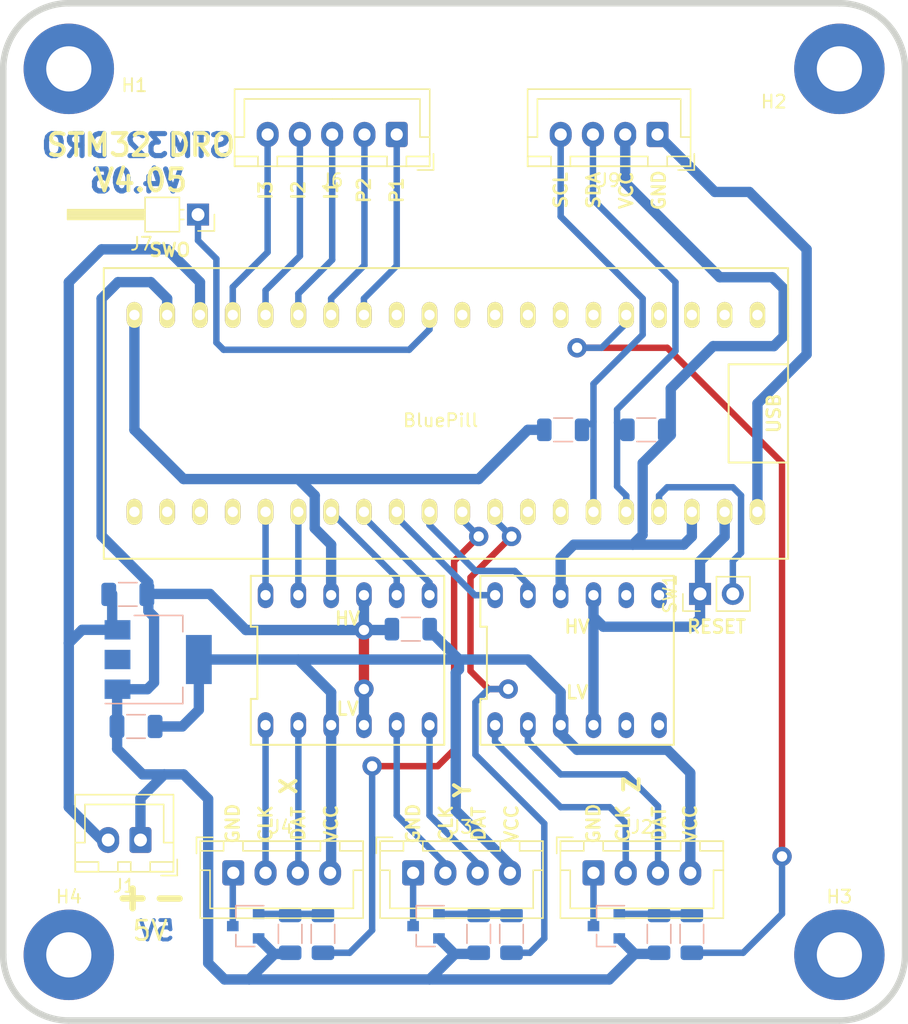
<source format=kicad_pcb>
(kicad_pcb (version 20211014) (generator pcbnew)
  (layers (0 "F.Cu" signal) (31 "B.Cu" signal) (35 "F.Paste" user) (37 "F.SilkS" user "F.Silkscreen") (38 "B.Mask" user) (39 "F.Mask" user) (44 "Edge.Cuts" user))
  (net 0 "")
  (net 1 "GND")
  (net 2 "+5V")
  (net 3 "+1V8")
  (net 18 "LV-CAL3DAT")
  (net 19 "LV-CAL3CLK")
  (net 20 "LV-CAL2DAT")
  (net 21 "LV-CAL2CLK")
  (net 22 "LV-CAL1DAT")
  (net 23 "LV-CAL1CLK")
  (net 24 "BTNIN3")
  (net 25 "BTNIN2")
  (net 26 "BTNIN1")
  (net 27 "BTNPOL2")
  (net 28 "BTNPOL1")
  (net 29 "SCL")
  (net 30 "SDA")
  (net 31 "+3V3")
  (net 32 "RESET")
  (net 33 "CAL1CLK")
  (net 34 "CAL1DAT")
  (net 35 "CAL2CLK")
  (net 36 "CAL2DAT")
  (net 37 "CAL3CLK")
  (net 38 "CAL3DAT")
  (net 39 "SWO")
  (net 41 "Net-(Q1-Pad1)")
  (net 42 "CAL3ON")
  (net 43 "CAL2ON")
  (net 44 "CAL1ON")
  (net 45 "Net-(Q2-Pad1)")
  (net 46 "Net-(Q3-Pad1)")
  (net 47 "CAL1SW")
  (net 48 "CAL2SW")
  (net 49 "CAL3SW")
  (footprint "Connector_JST:JST_XH_B4B-XH-A_1x04_P2.50mm_Vertical" (layer "F.Cu") (at 116.84 160.02)
    (fp_text reference "J2" (at 3.75 -3.55) (layer "F.SilkS"))
    (fp_text value "Cal Z")
    (pad "1" thru_hole roundrect (at 0 0) (size 1.7 1.95) (drill 0.95) (layers *.Cu *.Mask) (roundrect_rratio 0.147059) (net 42 "CAL3ON"))
    (pad "2" thru_hole oval (at 2.5 0) (size 1.7 1.95) (drill 0.95) (layers *.Cu *.Mask) (net 19 "LV-CAL3CLK"))
    (pad "3" thru_hole oval (at 5 0) (size 1.7 1.95) (drill 0.95) (layers *.Cu *.Mask) (net 18 "LV-CAL3DAT"))
    (pad "4" thru_hole oval (at 7.5 0) (size 1.7 1.95) (drill 0.95) (layers *.Cu *.Mask) (net 3 "+1V8"))
  )
  (footprint "Connector_JST:JST_XH_B4B-XH-A_1x04_P2.50mm_Vertical" (layer "F.Cu") (at 88.94 160.02)
    (fp_text reference "J4" (at 3.75 -3.55) (layer "F.SilkS"))
    (fp_text value "CAL X")
    (pad "1" thru_hole roundrect (at 0 0) (size 1.7 1.95) (drill 0.95) (layers *.Cu *.Mask) (roundrect_rratio 0.147059) (net 44 "CAL1ON"))
    (pad "2" thru_hole oval (at 2.5 0) (size 1.7 1.95) (drill 0.95) (layers *.Cu *.Mask) (net 23 "LV-CAL1CLK"))
    (pad "3" thru_hole oval (at 5 0) (size 1.7 1.95) (drill 0.95) (layers *.Cu *.Mask) (net 22 "LV-CAL1DAT"))
    (pad "4" thru_hole oval (at 7.5 0) (size 1.7 1.95) (drill 0.95) (layers *.Cu *.Mask) (net 3 "+1V8"))
  )
  (footprint "Connector_JST:JST_XH_B4B-XH-A_1x04_P2.50mm_Vertical" (layer "F.Cu") (at 121.8 102.87 180)
    (fp_text reference "J9" (at 3.75 -3.55 180) (layer "F.SilkS"))
    (fp_text value "C1")
    (pad "1" thru_hole roundrect (at 0 0 180) (size 1.7 1.95) (drill 0.95) (layers *.Cu *.Mask) (roundrect_rratio 0.147059) (net 1 "GND"))
    (pad "2" thru_hole oval (at 2.5 0 180) (size 1.7 1.95) (drill 0.95) (layers *.Cu *.Mask) (net 31 "+3V3"))
    (pad "3" thru_hole oval (at 5 0 180) (size 1.7 1.95) (drill 0.95) (layers *.Cu *.Mask) (net 30 "SDA"))
    (pad "4" thru_hole oval (at 7.5 0 180) (size 1.7 1.95) (drill 0.95) (layers *.Cu *.Mask) (net 29 "SCL"))
  )
  (footprint "Connector_JST:JST_XH_B4B-XH-A_1x04_P2.50mm_Vertical" (layer "F.Cu") (at 102.87 160.02)
    (fp_text reference "J3" (at 3.75 -3.55) (layer "F.SilkS"))
    (fp_text value "Cal Y")
    (pad "1" thru_hole roundrect (at 0 0) (size 1.7 1.95) (drill 0.95) (layers *.Cu *.Mask) (roundrect_rratio 0.147059) (net 43 "CAL2ON"))
    (pad "2" thru_hole oval (at 2.5 0) (size 1.7 1.95) (drill 0.95) (layers *.Cu *.Mask) (net 21 "LV-CAL2CLK"))
    (pad "3" thru_hole oval (at 5 0) (size 1.7 1.95) (drill 0.95) (layers *.Cu *.Mask) (net 20 "LV-CAL2DAT"))
    (pad "4" thru_hole oval (at 7.5 0) (size 1.7 1.95) (drill 0.95) (layers *.Cu *.Mask) (net 3 "+1V8"))
  )
  (footprint "dro:levelconverter" (layer "F.Cu") (at 109.22 148.64)
    (fp_text reference "U2")
    (fp_text value "LVLC1")
    (pad "1" thru_hole oval locked (at 0 -0.05) (size 1.2 2) (drill 0.8) (layers *.Cu *.Mask) (net 19 "LV-CAL3CLK"))
    (pad "2" thru_hole oval locked (at 2.54 -0.05) (size 1.2 2) (drill 0.8) (layers *.Cu *.Mask) (net 18 "LV-CAL3DAT"))
    (pad "3" thru_hole oval locked (at 5.08 -0.05) (size 1.2 2) (drill 0.8) (layers *.Cu *.Mask) (net 3 "+1V8"))
    (pad "4" thru_hole oval locked (at 7.62 -0.05) (size 1.2 2) (drill 0.8) (layers *.Cu *.Mask) (net 1 "GND"))
    (pad "5" thru_hole oval locked (at 10.16 -0.05) (size 1.2 2) (drill 0.8) (layers *.Cu *.Mask))
    (pad "6" thru_hole oval locked (at 12.7 -0.05) (size 1.2 2) (drill 0.8) (layers *.Cu *.Mask))
    (pad "7" thru_hole oval locked (at 12.7 -10.11) (size 1.2 2) (drill 0.8) (layers *.Cu *.Mask))
    (pad "8" thru_hole oval locked (at 10.16 -10.11) (size 1.2 2) (drill 0.8) (layers *.Cu *.Mask))
    (pad "9" thru_hole oval locked (at 7.62 -10.11) (size 1.2 2) (drill 0.8) (layers *.Cu *.Mask) (net 1 "GND"))
    (pad "10" thru_hole oval locked (at 5.08 -10.11) (size 1.2 2) (drill 0.8) (layers *.Cu *.Mask) (net 31 "+3V3"))
    (pad "11" thru_hole oval locked (at 2.54 -10.11) (size 1.2 2) (drill 0.8) (layers *.Cu *.Mask) (net 38 "CAL3DAT"))
    (pad "12" thru_hole oval locked (at 0 -10.11) (size 1.2 2) (drill 0.8) (layers *.Cu *.Mask) (net 37 "CAL3CLK"))
  )
  (footprint "dro:levelconverter" (layer "F.Cu") (at 91.44 148.64)
    (fp_text reference "U3")
    (fp_text value "LVLC0")
    (pad "1" thru_hole oval locked (at 0 -0.05) (size 1.2 2) (drill 0.8) (layers *.Cu *.Mask) (net 23 "LV-CAL1CLK"))
    (pad "2" thru_hole oval locked (at 2.54 -0.05) (size 1.2 2) (drill 0.8) (layers *.Cu *.Mask) (net 22 "LV-CAL1DAT"))
    (pad "3" thru_hole oval locked (at 5.08 -0.05) (size 1.2 2) (drill 0.8) (layers *.Cu *.Mask) (net 3 "+1V8"))
    (pad "4" thru_hole oval locked (at 7.62 -0.05) (size 1.2 2) (drill 0.8) (layers *.Cu *.Mask) (net 1 "GND"))
    (pad "5" thru_hole oval locked (at 10.16 -0.05) (size 1.2 2) (drill 0.8) (layers *.Cu *.Mask) (net 21 "LV-CAL2CLK"))
    (pad "6" thru_hole oval locked (at 12.7 -0.05) (size 1.2 2) (drill 0.8) (layers *.Cu *.Mask) (net 20 "LV-CAL2DAT"))
    (pad "7" thru_hole oval locked (at 12.7 -10.11) (size 1.2 2) (drill 0.8) (layers *.Cu *.Mask) (net 36 "CAL2DAT"))
    (pad "8" thru_hole oval locked (at 10.16 -10.11) (size 1.2 2) (drill 0.8) (layers *.Cu *.Mask) (net 35 "CAL2CLK"))
    (pad "9" thru_hole oval locked (at 7.62 -10.11) (size 1.2 2) (drill 0.8) (layers *.Cu *.Mask) (net 1 "GND"))
    (pad "10" thru_hole oval locked (at 5.08 -10.11) (size 1.2 2) (drill 0.8) (layers *.Cu *.Mask) (net 31 "+3V3"))
    (pad "11" thru_hole oval locked (at 2.54 -10.11) (size 1.2 2) (drill 0.8) (layers *.Cu *.Mask) (net 34 "CAL1DAT"))
    (pad "12" thru_hole oval locked (at 0 -10.11) (size 1.2 2) (drill 0.8) (layers *.Cu *.Mask) (net 33 "CAL1CLK"))
  )
  (footprint "Connector_JST:JST_XH_B2B-XH-A_1x02_P2.50mm_Vertical" (layer "F.Cu") (at 81.75 157.48 180)
    (fp_text reference "J1" (at 1.25 -3.55 180) (layer "F.SilkS"))
    (fp_text value "5V")
    (pad "1" thru_hole roundrect (at 0 0 180) (size 1.7 2) (drill 1) (layers *.Cu *.Mask) (roundrect_rratio 0.147059) (net 1 "GND"))
    (pad "2" thru_hole oval (at 2.5 0 180) (size 1.7 2) (drill 1) (layers *.Cu *.Mask) (net 2 "+5V"))
  )
  (footprint "Connector_JST:JST_XH_B5B-XH-A_1x05_P2.50mm_Vertical" (layer "F.Cu") (at 101.6 102.87 180)
    (fp_text reference "J6" (at 5 -3.55 180) (layer "F.SilkS"))
    (fp_text value "Conn_01x05_Female")
    (pad "1" thru_hole roundrect (at 0 0 180) (size 1.7 1.95) (drill 0.95) (layers *.Cu *.Mask) (roundrect_rratio 0.147059) (net 28 "BTNPOL1"))
    (pad "2" thru_hole oval (at 2.5 0 180) (size 1.7 1.95) (drill 0.95) (layers *.Cu *.Mask) (net 27 "BTNPOL2"))
    (pad "3" thru_hole oval (at 5 0 180) (size 1.7 1.95) (drill 0.95) (layers *.Cu *.Mask) (net 26 "BTNIN1"))
    (pad "4" thru_hole oval (at 7.5 0 180) (size 1.7 1.95) (drill 0.95) (layers *.Cu *.Mask) (net 25 "BTNIN2"))
    (pad "5" thru_hole oval (at 10 0 180) (size 1.7 1.95) (drill 0.95) (layers *.Cu *.Mask) (net 24 "BTNIN3"))
  )
  (footprint "dro:bluepill" (layer "F.Cu") (at 129.54 116.84 -90)
    (fp_text reference "U1")
    (fp_text value "BluePill" (at 8.16 24.54) (layer "F.SilkS"))
    (pad "1" thru_hole oval locked (at 0 0 270) (size 2 1.2) (drill 0.8) (layers *.Cu *.Mask "F.SilkS"))
    (pad "2" thru_hole oval locked (at 0 2.54 270) (size 2 1.2) (drill 0.8) (layers *.Cu *.Mask "F.SilkS"))
    (pad "3" thru_hole oval locked (at 0 5.08 270) (size 2 1.2) (drill 0.8) (layers *.Cu *.Mask "F.SilkS"))
    (pad "4" thru_hole oval locked (at 0 7.62 270) (size 2 1.2) (drill 0.8) (layers *.Cu *.Mask "F.SilkS"))
    (pad "5" thru_hole oval locked (at 0 10.16 270) (size 2 1.2) (drill 0.8) (layers *.Cu *.Mask "F.SilkS") (net 49 "CAL3SW"))
    (pad "6" thru_hole oval locked (at 0 12.7 270) (size 2 1.2) (drill 0.8) (layers *.Cu *.Mask "F.SilkS"))
    (pad "7" thru_hole oval locked (at 0 15.24 270) (size 2 1.2) (drill 0.8) (layers *.Cu *.Mask "F.SilkS"))
    (pad "8" thru_hole oval locked (at 0 17.78 270) (size 2 1.2) (drill 0.8) (layers *.Cu *.Mask "F.SilkS"))
    (pad "9" thru_hole oval locked (at 0 20.32 270) (size 2 1.2) (drill 0.8) (layers *.Cu *.Mask "F.SilkS"))
    (pad "10" thru_hole oval locked (at 0 22.86 270) (size 2 1.2) (drill 0.8) (layers *.Cu *.Mask "F.SilkS"))
    (pad "11" thru_hole oval locked (at 0 25.4 270) (size 2 1.2) (drill 0.8) (layers *.Cu *.Mask "F.SilkS") (net 39 "SWO"))
    (pad "12" thru_hole oval locked (at 0 27.94 270) (size 2 1.2) (drill 0.8) (layers *.Cu *.Mask "F.SilkS"))
    (pad "13" thru_hole oval locked (at 0 30.48 270) (size 2 1.2) (drill 0.8) (layers *.Cu *.Mask "F.SilkS") (net 28 "BTNPOL1"))
    (pad "14" thru_hole oval locked (at 0 33.02 270) (size 2 1.2) (drill 0.8) (layers *.Cu *.Mask "F.SilkS") (net 27 "BTNPOL2"))
    (pad "15" thru_hole oval locked (at 0 35.56 270) (size 2 1.2) (drill 0.8) (layers *.Cu *.Mask "F.SilkS") (net 26 "BTNIN1"))
    (pad "16" thru_hole oval locked (at 0 38.1 270) (size 2 1.2) (drill 0.8) (layers *.Cu *.Mask "F.SilkS") (net 25 "BTNIN2"))
    (pad "17" thru_hole oval locked (at 0 40.64 270) (size 2 1.2) (drill 0.8) (layers *.Cu *.Mask "F.SilkS") (net 24 "BTNIN3"))
    (pad "18" thru_hole oval locked (at 0 43.18 270) (size 2 1.2) (drill 0.8) (layers *.Cu *.Mask "F.SilkS") (net 2 "+5V"))
    (pad "19" thru_hole oval locked (at 0 45.72 270) (size 2 1.2) (drill 0.8) (layers *.Cu *.Mask "F.SilkS") (net 1 "GND"))
    (pad "20" thru_hole oval locked (at 0 48.26 270) (size 2 1.2) (drill 0.8) (layers *.Cu *.Mask "F.SilkS") (net 31 "+3V3"))
    (pad "21" thru_hole oval locked (at 15.24 48.26 270) (size 2 1.2) (drill 0.8) (layers *.Cu *.Mask "F.SilkS"))
    (pad "22" thru_hole oval locked (at 15.24 45.72 270) (size 2 1.2) (drill 0.8) (layers *.Cu *.Mask "F.SilkS"))
    (pad "23" thru_hole oval locked (at 15.24 43.18 270) (size 2 1.2) (drill 0.8) (layers *.Cu *.Mask "F.SilkS"))
    (pad "24" thru_hole oval locked (at 15.24 40.64 270) (size 2 1.2) (drill 0.8) (layers *.Cu *.Mask "F.SilkS"))
    (pad "25" thru_hole oval locked (at 15.24 38.1 270) (size 2 1.2) (drill 0.8) (layers *.Cu *.Mask "F.SilkS") (net 33 "CAL1CLK"))
    (pad "26" thru_hole oval locked (at 15.24 35.56 270) (size 2 1.2) (drill 0.8) (layers *.Cu *.Mask "F.SilkS") (net 34 "CAL1DAT"))
    (pad "27" thru_hole oval locked (at 15.24 33.02 270) (size 2 1.2) (drill 0.8) (layers *.Cu *.Mask "F.SilkS") (net 35 "CAL2CLK"))
    (pad "28" thru_hole oval locked (at 15.24 30.48 270) (size 2 1.2) (drill 0.8) (layers *.Cu *.Mask "F.SilkS") (net 36 "CAL2DAT"))
    (pad "29" thru_hole oval locked (at 15.24 27.94 270) (size 2 1.2) (drill 0.8) (layers *.Cu *.Mask "F.SilkS") (net 37 "CAL3CLK"))
    (pad "30" thru_hole oval locked (at 15.24 25.4 270) (size 2 1.2) (drill 0.8) (layers *.Cu *.Mask "F.SilkS") (net 38 "CAL3DAT"))
    (pad "31" thru_hole oval locked (at 15.24 22.86 270) (size 2 1.2) (drill 0.8) (layers *.Cu *.Mask "F.SilkS") (net 47 "CAL1SW"))
    (pad "32" thru_hole oval locked (at 15.24 20.32 270) (size 2 1.2) (drill 0.8) (layers *.Cu *.Mask "F.SilkS") (net 48 "CAL2SW"))
    (pad "33" thru_hole oval locked (at 15.24 17.78 270) (size 2 1.2) (drill 0.8) (layers *.Cu *.Mask "F.SilkS"))
    (pad "34" thru_hole oval locked (at 15.24 15.24 270) (size 2 1.2) (drill 0.8) (layers *.Cu *.Mask "F.SilkS"))
    (pad "35" thru_hole oval locked (at 15.24 12.7 270) (size 2 1.2) (drill 0.8) (layers *.Cu *.Mask "F.SilkS") (net 29 "SCL"))
    (pad "36" thru_hole oval locked (at 15.24 10.16 270) (size 2 1.2) (drill 0.8) (layers *.Cu *.Mask "F.SilkS") (net 30 "SDA"))
    (pad "37" thru_hole oval locked (at 15.24 7.62 270) (size 2 1.2) (drill 0.8) (layers *.Cu *.Mask "F.SilkS") (net 32 "RESET"))
    (pad "38" thru_hole oval locked (at 15.24 5.08 270) (size 2 1.2) (drill 0.8) (layers *.Cu *.Mask "F.SilkS") (net 31 "+3V3"))
    (pad "39" thru_hole oval locked (at 15.24 2.54 270) (size 2 1.2) (drill 0.8) (layers *.Cu *.Mask "F.SilkS") (net 1 "GND"))
    (pad "40" thru_hole oval locked (at 15.24 0 270) (size 2 1.2) (drill 0.8) (layers *.Cu *.Mask "F.SilkS") (net 1 "GND"))
  )
  (footprint "MountingHole:MountingHole_3.5mm_Pad" (layer "F.Cu") (at 76.2 97.79)
    (fp_text reference "H1" (at 5.08 1.27) (layer "F.SilkS"))
    (fp_text value "MountingHole")
    (pad "1" thru_hole circle locked (at 0 0) (size 7 7) (drill 3.5) (layers *.Cu *.Mask))
  )
  (footprint "MountingHole:MountingHole_3.5mm_Pad" (layer "F.Cu") (at 135.89 97.79)
    (fp_text reference "H2" (at -5.08 2.54) (layer "F.SilkS"))
    (fp_text value "MountingHole")
    (pad "1" thru_hole circle locked (at 0 0) (size 7 7) (drill 3.5) (layers *.Cu *.Mask))
  )
  (footprint "MountingHole:MountingHole_3.5mm_Pad" (layer "F.Cu") (at 76.2 166.37)
    (fp_text reference "H4" (at 0 -4.5) (layer "F.SilkS"))
    (fp_text value "MountingHole")
    (pad "1" thru_hole circle locked (at 0 0) (size 7 7) (drill 3.5) (layers *.Cu *.Mask))
  )
  (footprint "Connector_PinHeader_2.54mm:PinHeader_1x01_P2.54mm_Horizontal" (layer "F.Cu") (at 86.2076 109.0676 180)
    (fp_text reference "J7" (at 4.385 -2.27 180) (layer "F.SilkS"))
    (fp_text value "Conn_01x01_Male")
    (pad "1" thru_hole rect (at 0 0 180) (size 1.7 1.7) (drill 1) (layers *.Cu *.Mask) (net 39 "SWO"))
  )
  (footprint "Connector_PinHeader_2.54mm:PinHeader_1x02_P2.54mm_Vertical" (layer "F.Cu") (at 125.095 138.43 90)
    (fp_text reference "SW1" (at 0 -2.33 90) (layer "F.SilkS"))
    (fp_text value "Reset")
    (pad "1" thru_hole rect (at 0 0 90) (size 1.7 1.7) (drill 1) (layers *.Cu *.Mask) (net 1 "GND"))
    (pad "2" thru_hole oval (at 0 2.54 90) (size 1.7 1.7) (drill 1) (layers *.Cu *.Mask) (net 32 "RESET"))
  )
  (footprint "MountingHole:MountingHole_3.5mm_Pad" (layer "F.Cu") (at 135.89 166.37)
    (fp_text reference "H3" (at 0 -4.5) (layer "F.SilkS"))
    (fp_text value "MountingHole")
    (pad "1" thru_hole circle locked (at 0 0) (size 7 7) (drill 3.5) (layers *.Cu *.Mask))
  )
  (footprint "Package_TO_SOT_SMD:SOT-223-3_TabPin2" (layer "B.Cu") (at 83.1215 143.51)
    (fp_text reference "U5")
    (fp_text value "LMS1117-1.8")
    (pad "1" smd rect locked (at -3.15 2.3) (size 2 1.5) (layers "B.Cu" "B.Paste" "B.Mask") (net 1 "GND"))
    (pad "2" smd rect locked (at -3.15 0) (size 2 1.5) (layers "B.Cu" "B.Paste" "B.Mask") (net 3 "+1V8"))
    (pad "2" smd rect locked (at 3.15 0) (size 2 3.8) (layers "B.Cu" "B.Paste" "B.Mask") (net 3 "+1V8"))
    (pad "3" smd rect locked (at -3.15 -2.3) (size 2 1.5) (layers "B.Cu" "B.Paste" "B.Mask") (net 2 "+5V"))
  )
  (footprint "Capacitor_SMD:C_1206_3216Metric" (layer "B.Cu") (at 80.7707 138.4681)
    (fp_text reference "C1")
    (fp_text value "100n")
    (pad "1" smd roundrect locked (at -1.475 0) (size 1.15 1.8) (layers "B.Cu" "B.Paste" "B.Mask") (roundrect_rratio 0.2173904348) (net 2 "+5V"))
    (pad "2" smd roundrect locked (at 1.475 0) (size 1.15 1.8) (layers "B.Cu" "B.Paste" "B.Mask") (roundrect_rratio 0.2173904348) (net 1 "GND"))
  )
  (footprint "Capacitor_SMD:C_1206_3216Metric" (layer "B.Cu") (at 81.4057 148.6916 180)
    (fp_text reference "C2")
    (fp_text value "10u")
    (pad "1" smd roundrect locked (at -1.475 0 180) (size 1.15 1.8) (layers "B.Cu" "B.Paste" "B.Mask") (roundrect_rratio 0.2173904348) (net 3 "+1V8"))
    (pad "2" smd roundrect locked (at 1.475 0 180) (size 1.15 1.8) (layers "B.Cu" "B.Paste" "B.Mask") (roundrect_rratio 0.2173904348) (net 1 "GND"))
  )
  (footprint "Resistor_SMD:R_1206_3216Metric" (layer "B.Cu") (at 102.6909 141.1605 180)
    (fp_text reference "R1")
    (fp_text value "180R")
    (pad "1" smd roundrect locked (at -1.4625 0 180) (size 1.125 1.75) (layers "B.Cu" "B.Paste" "B.Mask") (roundrect_rratio 0.2222204444) (net 3 "+1V8"))
    (pad "2" smd roundrect locked (at 1.4625 0 180) (size 1.125 1.75) (layers "B.Cu" "B.Paste" "B.Mask") (roundrect_rratio 0.2222204444) (net 1 "GND"))
  )
  (footprint "Resistor_SMD:R_1206_3216Metric" (layer "B.Cu") (at 114.4925 125.73)
    (fp_text reference "R2")
    (fp_text value "4.7k")
    (pad "1" smd roundrect locked (at -1.4625 0) (size 1.125 1.75) (layers "B.Cu" "B.Paste" "B.Mask") (roundrect_rratio 0.2222204444) (net 31 "+3V3"))
    (pad "2" smd roundrect locked (at 1.4625 0) (size 1.125 1.75) (layers "B.Cu" "B.Paste" "B.Mask") (roundrect_rratio 0.2222204444) (net 29 "SCL"))
  )
  (footprint "Resistor_SMD:R_1206_3216Metric" (layer "B.Cu") (at 120.93 125.73 180)
    (fp_text reference "R3")
    (fp_text value "4.7k")
    (pad "1" smd roundrect locked (at -1.4625 0 180) (size 1.125 1.75) (layers "B.Cu" "B.Paste" "B.Mask") (roundrect_rratio 0.2222204444) (net 31 "+3V3"))
    (pad "2" smd roundrect locked (at 1.4625 0 180) (size 1.125 1.75) (layers "B.Cu" "B.Paste" "B.Mask") (roundrect_rratio 0.2222204444) (net 30 "SDA"))
  )
  (footprint "Resistor_SMD:R_1206_3216Metric" (layer "B.Cu") (at 95.885 164.745 -90)
    (fp_text reference "R5")
    (fp_text value "100")
    (pad "1" smd roundrect locked (at -1.4625 0 270) (size 1.125 1.75) (layers "B.Cu" "B.Paste" "B.Mask") (roundrect_rratio 0.2222204444) (net 41 "Net-(Q1-Pad1)"))
    (pad "2" smd roundrect locked (at 1.4625 0 270) (size 1.125 1.75) (layers "B.Cu" "B.Paste" "B.Mask") (roundrect_rratio 0.2222204444) (net 47 "CAL1SW"))
  )
  (footprint "Package_TO_SOT_SMD:SOT-23" (layer "B.Cu") (at 103.87 164.145 180)
    (fp_text reference "Q2")
    (fp_text value "SI2302")
    (pad "1" smd rect locked (at -1 0.95 180) (size 0.9 0.8) (layers "B.Cu" "B.Paste" "B.Mask") (net 45 "Net-(Q2-Pad1)"))
    (pad "2" smd rect locked (at -1 -0.95 180) (size 0.9 0.8) (layers "B.Cu" "B.Paste" "B.Mask") (net 1 "GND"))
    (pad "3" smd rect locked (at 1 0 180) (size 0.9 0.8) (layers "B.Cu" "B.Paste" "B.Mask") (net 43 "CAL2ON"))
  )
  (footprint "Resistor_SMD:R_1206_3216Metric" (layer "B.Cu") (at 110.49 164.745 -90)
    (fp_text reference "R6")
    (fp_text value "100")
    (pad "1" smd roundrect locked (at -1.4625 0 270) (size 1.125 1.75) (layers "B.Cu" "B.Paste" "B.Mask") (roundrect_rratio 0.2222204444) (net 45 "Net-(Q2-Pad1)"))
    (pad "2" smd roundrect locked (at 1.4625 0 270) (size 1.125 1.75) (layers "B.Cu" "B.Paste" "B.Mask") (roundrect_rratio 0.2222204444) (net 48 "CAL2SW"))
  )
  (footprint "Resistor_SMD:R_1206_3216Metric" (layer "B.Cu") (at 124.46 164.745 -90)
    (fp_text reference "R7")
    (fp_text value "100")
    (pad "1" smd roundrect locked (at -1.4625 0 270) (size 1.125 1.75) (layers "B.Cu" "B.Paste" "B.Mask") (roundrect_rratio 0.2222204444) (net 46 "Net-(Q3-Pad1)"))
    (pad "2" smd roundrect locked (at 1.4625 0 270) (size 1.125 1.75) (layers "B.Cu" "B.Paste" "B.Mask") (roundrect_rratio 0.2222204444) (net 49 "CAL3SW"))
  )
  (footprint "Resistor_SMD:R_1206_3216Metric" (layer "B.Cu") (at 107.95 164.745 -90)
    (fp_text reference "R8")
    (fp_text value "10k")
    (pad "1" smd roundrect locked (at -1.4625 0 270) (size 1.125 1.75) (layers "B.Cu" "B.Paste" "B.Mask") (roundrect_rratio 0.2222204444) (net 45 "Net-(Q2-Pad1)"))
    (pad "2" smd roundrect locked (at 1.4625 0 270) (size 1.125 1.75) (layers "B.Cu" "B.Paste" "B.Mask") (roundrect_rratio 0.2222204444) (net 1 "GND"))
  )
  (footprint "Resistor_SMD:R_1206_3216Metric" (layer "B.Cu") (at 121.92 164.745 -90)
    (fp_text reference "R9")
    (fp_text value "10k")
    (pad "1" smd roundrect locked (at -1.4625 0 270) (size 1.125 1.75) (layers "B.Cu" "B.Paste" "B.Mask") (roundrect_rratio 0.2222204444) (net 46 "Net-(Q3-Pad1)"))
    (pad "2" smd roundrect locked (at 1.4625 0 270) (size 1.125 1.75) (layers "B.Cu" "B.Paste" "B.Mask") (roundrect_rratio 0.2222204444) (net 1 "GND"))
  )
  (footprint "Package_TO_SOT_SMD:SOT-23" (layer "B.Cu") (at 117.84 164.145 180)
    (fp_text reference "Q3")
    (fp_text value "SI2302")
    (pad "1" smd rect locked (at -1 0.95 180) (size 0.9 0.8) (layers "B.Cu" "B.Paste" "B.Mask") (net 46 "Net-(Q3-Pad1)"))
    (pad "2" smd rect locked (at -1 -0.95 180) (size 0.9 0.8) (layers "B.Cu" "B.Paste" "B.Mask") (net 1 "GND"))
    (pad "3" smd rect locked (at 1 0 180) (size 0.9 0.8) (layers "B.Cu" "B.Paste" "B.Mask") (net 42 "CAL3ON"))
  )
  (footprint "Package_TO_SOT_SMD:SOT-23" (layer "B.Cu") (at 89.9 164.145 180)
    (fp_text reference "Q1")
    (fp_text value "SI2302")
    (pad "1" smd rect locked (at -1 0.95 180) (size 0.9 0.8) (layers "B.Cu" "B.Paste" "B.Mask") (net 41 "Net-(Q1-Pad1)"))
    (pad "2" smd rect locked (at -1 -0.95 180) (size 0.9 0.8) (layers "B.Cu" "B.Paste" "B.Mask") (net 1 "GND"))
    (pad "3" smd rect locked (at 1 0 180) (size 0.9 0.8) (layers "B.Cu" "B.Paste" "B.Mask") (net 44 "CAL1ON"))
  )
  (footprint "Resistor_SMD:R_1206_3216Metric" (layer "B.Cu") (at 93.345 164.745 -90)
    (fp_text reference "R4")
    (fp_text value "10k")
    (pad "1" smd roundrect locked (at -1.4625 0 270) (size 1.125 1.75) (layers "B.Cu" "B.Paste" "B.Mask") (roundrect_rratio 0.2222204444) (net 41 "Net-(Q1-Pad1)"))
    (pad "2" smd roundrect locked (at 1.4625 0 270) (size 1.125 1.75) (layers "B.Cu" "B.Paste" "B.Mask") (roundrect_rratio 0.2222204444) (net 1 "GND"))
  )
  (gr_line (start 76.2 171.45) (end 135.89 171.45) (layer "Edge.Cuts") (width 0.5))
  (gr_line (start 71.12 166.37) (end 71.12 97.79) (layer "Edge.Cuts") (width 0.5))
  (gr_arc (start 140.97 166.37) (mid 139.482102 169.962102) (end 135.89 171.45) (layer "Edge.Cuts") (width 0.5))
  (gr_arc (start 71.12 97.79) (mid 72.607898 94.197898) (end 76.2 92.71) (layer "Edge.Cuts") (width 0.5))
  (gr_arc (start 135.89 92.71) (mid 139.482102 94.197898) (end 140.97 97.79) (layer "Edge.Cuts") (width 0.5))
  (gr_line (start 140.97 97.79) (end 140.97 166.37) (layer "Edge.Cuts") (width 0.5))
  (gr_arc (start 76.2 171.45) (mid 72.607898 169.962102) (end 71.12 166.37) (layer "Edge.Cuts") (width 0.5))
  (gr_line (start 76.2 92.71) (end 135.89 92.71) (layer "Edge.Cuts") (width 0.5))
  (gr_text "-" (at 83.94192 161.89198) (layer "B.Cu") (effects (font (size 1.5 1.5) (thickness 0.3)) (justify mirror)))
  (gr_text "5V" (at 83 164.5) (layer "B.Cu") (effects (font (size 1.5 1.5) (thickness 0.3)) (justify mirror)))
  (gr_text "+" (at 81.11744 161.92754) (layer "B.Cu") (effects (font (size 1.5 1.5) (thickness 0.3)) (justify mirror)))
  (gr_text "STM32 DRO\nV4.05" (at 81.4324 105.1052) (layer "B.Cu") (effects (font (size 1.7 1.7) (thickness 0.4)) (justify mirror)))
  (gr_text "RESET" (at 126.365 140.97) (layer "F.SilkS") (effects (font (size 1 1) (thickness 0.2))))
  (gr_text "GND" (at 116.84 156.21 90) (layer "F.SilkS") (effects (font (size 1 1) (thickness 0.2))))
  (gr_text "VCC" (at 124.333 156.21 90) (layer "F.SilkS") (effects (font (size 1 1) (thickness 0.2))))
  (gr_text "DAT" (at 121.92 156.21 90) (layer "F.SilkS") (effects (font (size 1 1) (thickness 0.2))))
  (gr_text "CLK" (at 119.126 156.21 90) (layer "F.SilkS") (effects (font (size 1 1) (thickness 0.2))))
  (gr_text "HV" (at 115.57 140.97) (layer "F.SilkS") (effects (font (size 1 1) (thickness 0.2))))
  (gr_text "USB" (at 130.81 124.46 90) (layer "F.SilkS") (effects (font (size 1 1) (thickness 0.2))))
  (gr_text "CLK" (at 105.41 156.21 90) (layer "F.SilkS") (effects (font (size 1 1) (thickness 0.2))))
  (gr_text "DAT" (at 107.95 156.21 90) (layer "F.SilkS") (effects (font (size 1 1) (thickness 0.2))))
  (gr_text "VCC" (at 110.49 156.21 90) (layer "F.SilkS") (effects (font (size 1 1) (thickness 0.2))))
  (gr_text "GND" (at 102.87 156.21 90) (layer "F.SilkS") (effects (font (size 1 1) (thickness 0.2))))
  (gr_text "DAT" (at 93.98 156.21 90) (layer "F.SilkS") (effects (font (size 1 1) (thickness 0.2))))
  (gr_text "VCC" (at 96.52 156.21 90) (layer "F.SilkS") (effects (font (size 1 1) (thickness 0.2))))
  (gr_text "GND" (at 88.9 156.21 90) (layer "F.SilkS") (effects (font (size 1 1) (thickness 0.2))))
  (gr_text "CLK" (at 91.44 156.21 90) (layer "F.SilkS") (effects (font (size 1 1) (thickness 0.2))))
  (gr_text "VCC" (at 119.38 107.19 90) (layer "F.SilkS") (effects (font (size 1 1) (thickness 0.2))))
  (gr_text "SCL" (at 114.3 107.19 90) (layer "F.SilkS") (effects (font (size 1 1) (thickness 0.2))))
  (gr_text "GND" (at 121.9 107.19 90) (layer "F.SilkS") (effects (font (size 1 1) (thickness 0.2))))
  (gr_text "+" (at 81.28 162 -90) (layer "F.SilkS") (effects (font (size 2 2) (thickness 0.5))))
  (gr_text "-" (at 84.01558 161.8742) (layer "F.SilkS") (effects (font (size 2 2) (thickness 0.5))))
  (gr_text "LV" (at 97.79 147.32) (layer "F.SilkS") (effects (font (size 1 1) (thickness 0.2))))
  (gr_text "LV" (at 115.57 146.05) (layer "F.SilkS") (effects (font (size 1 1) (thickness 0.2))))
  (gr_text "HV" (at 97.79 140.335) (layer "F.SilkS") (effects (font (size 1 1) (thickness 0.2))))
  (gr_text "SDA" (at 116.84 107.19 90) (layer "F.SilkS") (effects (font (size 1 1) (thickness 0.2))))
  (gr_text "STM32 DRO\nV4.05" (at 81.788 105.0544) (layer "F.SilkS") (effects (font (size 1.7 1.7) (thickness 0.3))))
  (gr_text "SWO" (at 84.0232 111.8108) (layer "F.SilkS") (effects (font (size 1 1) (thickness 0.2))))
  (gr_text "5V" (at 82.5 164.5) (layer "F.SilkS") (effects (font (size 1.5 1.5) (thickness 0.2))))
  (gr_text "I1" (at 96.52 107.19 90) (layer "F.SilkS") (effects (font (size 1 1) (thickness 0.2))))
  (gr_text "Z" (at 119.67718 153.1747 270) (layer "F.SilkS") (effects (font (size 1.2 1.2) (thickness 0.3))))
  (gr_text "Y" (at 106.68508 153.6319 90) (layer "F.SilkS") (effects (font (size 1.2 1.2) (thickness 0.3))))
  (gr_text "P1" (at 101.6 107.19 90) (layer "F.SilkS") (effects (font (size 1 1) (thickness 0.2))))
  (gr_text "P2" (at 99.06 107.19 90) (layer "F.SilkS") (effects (font (size 1 1) (thickness 0.2))))
  (gr_text "X" (at 93.10624 153.30678 270) (layer "F.SilkS") (effects (font (size 1.2 1.2) (thickness 0.3))))
  (gr_text "I3" (at 91.44 107.19 90) (layer "F.SilkS") (effects (font (size 1 1) (thickness 0.2))))
  (gr_text "I2" (at 93.98 107.19 90) (layer "F.SilkS") (effects (font (size 1 1) (thickness 0.2))))
  (segment (start 99.06 141.732) (end 99.06 145.796) (width 0.8) (layer "F.Cu") (net 1))
  (via (at 99.06 141.224) (size 1.5) (drill 0.8) (layers "F.Cu" "B.Cu") (net 1))
  (via (at 99.06 145.796) (size 1.5) (drill 0.8) (layers "F.Cu" "B.Cu") (net 1))
  (segment (start 106.07 166.295) (end 104.87 165.095) (width 0.8) (layer "B.Cu") (net 1))
  (segment (start 81.915 152.4) (end 83.6 152.4) (width 0.8) (layer "B.Cu") (net 1))
  (segment (start 118.06 168.275) (end 120.04 166.295) (width 0.8) (layer "B.Cu") (net 1))
  (segment (start 125.095 138.43) (end 125.095 135.89) (width 0.8) (layer "B.Cu") (net 1))
  (segment (start 92.1 166.295) (end 92.1 166.345) (width 0.8) (layer "B.Cu") (net 1))
  (segment (start 104.14 168.275) (end 118.06 168.275) (width 0.8) (layer "B.Cu") (net 1))
  (segment (start 82.3595 138.43) (end 87.122 138.43) (width 0.8) (layer "B.Cu") (net 1))
  (segment (start 78.74 133.9355) (end 78.74 115.57) (width 0.8) (layer "B.Cu") (net 1))
  (segment (start 129.54 132.08) (end 129.54 123.698) (width 0.8) (layer "B.Cu") (net 1))
  (segment (start 82.55 114.3) (end 83.82 115.57) (width 0.8) (layer "B.Cu") (net 1))
  (segment (start 82.804 145.288) (end 82.804 140.208) (width 0.8) (layer "B.Cu") (net 1))
  (segment (start 93.345 166.295) (end 92.1 166.295) (width 0.8) (layer "B.Cu") (net 1))
  (segment (start 86.995 167.005) (end 88.265 168.275) (width 0.8) (layer "B.Cu") (net 1))
  (segment (start 82.3595 137.555) (end 78.74 133.9355) (width 0.8) (layer "B.Cu") (net 1))
  (segment (start 82.3595 138.43) (end 82.3595 137.555) (width 0.8) (layer "B.Cu") (net 1))
  (segment (start 127 133.985) (end 127 132.08) (width 0.8) (layer "B.Cu") (net 1))
  (segment (start 82.804 140.208) (end 82.3595 139.7635) (width 0.8) (layer "B.Cu") (net 1))
  (segment (start 79.9435 148.6535) (end 79.9435 145.838) (width 0.8) (layer "B.Cu") (net 1))
  (segment (start 83.6 152.4) (end 85.09 152.4) (width 0.8) (layer "B.Cu") (net 1))
  (segment (start 125.095 140.335) (end 125.095 138.43) (width 0.8) (layer "B.Cu") (net 1))
  (segment (start 79.9715 145.81) (end 82.282 145.81) (width 0.8) (layer "B.Cu") (net 1))
  (segment (start 88.265 168.275) (end 90.17 168.275) (width 0.8) (layer "B.Cu") (net 1))
  (segment (start 101.1649 141.224) (end 101.2284 141.1605) (width 0.8) (layer "B.Cu") (net 1))
  (segment (start 86.995 154.305) (end 86.995 167.005) (width 0.8) (layer "B.Cu") (net 1))
  (segment (start 81.75 157.48) (end 81.75 154.25) (width 0.8) (layer "B.Cu") (net 1))
  (segment (start 116.84 140.208) (end 116.84 148.59) (width 0.8) (layer "B.Cu") (net 1))
  (segment (start 79.9435 150.4285) (end 81.915 152.4) (width 0.8) (layer "B.Cu") (net 1))
  (segment (start 133.35 111.76) (end 128.905 107.315) (width 0.8) (layer "B.Cu") (net 1))
  (segment (start 82.282 145.81) (end 82.804 145.288) (width 0.8) (layer "B.Cu") (net 1))
  (segment (start 79.9435 150.4285) (end 79.9435 148.6535) (width 0.8) (layer "B.Cu") (net 1))
  (segment (start 99.06 148.59) (end 99.06 145.796) (width 0.8) (layer "B.Cu") (net 1))
  (segment (start 116.84 138.53) (end 116.84 140.208) (width 0.8) (layer "B.Cu") (net 1))
  (segment (start 85.09 152.4) (end 86.995 154.305) (width 0.8) (layer "B.Cu") (net 1))
  (segment (start 90.17 168.275) (end 104.14 168.275) (width 0.8) (layer "B.Cu") (net 1))
  (segment (start 87.122 138.43) (end 89.916 141.224) (width 0.8) (layer "B.Cu") (net 1))
  (segment (start 89.916 141.224) (end 99.06 141.224) (width 0.8) (layer "B.Cu") (net 1))
  (segment (start 125.095 135.89) (end 127 133.985) (width 0.8) (layer "B.Cu") (net 1))
  (segment (start 92.1 166.295) (end 90.9 165.095) (width 0.8) (layer "B.Cu") (net 1))
  (segment (start 99.06 141.224) (end 101.1649 141.224) (width 0.8) (layer "B.Cu") (net 1))
  (segment (start 121.92 166.295) (end 120.04 166.295) (width 0.8) (layer "B.Cu") (net 1))
  (segment (start 117.602 140.97) (end 116.84 140.208) (width 0.8) (layer "B.Cu") (net 1))
  (segment (start 129.54 123.698) (end 133.35 119.888) (width 0.8) (layer "B.Cu") (net 1))
  (segment (start 117.602 140.97) (end 124.46 140.97) (width 0.8) (layer "B.Cu") (net 1))
  (segment (start 83.82 115.57) (end 83.82 116.84) (width 0.8) (layer "B.Cu") (net 1))
  (segment (start 80.01 114.3) (end 82.55 114.3) (width 0.8) (layer "B.Cu") (net 1))
  (segment (start 81.75 154.25) (end 83.6 152.4) (width 0.8) (layer "B.Cu") (net 1))
  (segment (start 128.905 107.315) (end 126.245 107.315) (width 0.8) (layer "B.Cu") (net 1))
  (segment (start 99.06 141.224) (end 99.06 138.53) (width 0.8) (layer "B.Cu") (net 1))
  (segment (start 107.95 166.295) (end 106.07 166.295) (width 0.8) (layer "B.Cu") (net 1))
  (segment (start 82.3595 139.7635) (end 82.3595 138.43) (width 0.8) (layer "B.Cu") (net 1))
  (segment (start 78.74 115.57) (end 80.01 114.3) (width 0.8) (layer "B.Cu") (net 1))
  (segment (start 79.9435 145.838) (end 79.9715 145.81) (width 0.8) (layer "B.Cu") (net 1))
  (segment (start 124.46 140.97) (end 125.095 140.335) (width 0.8) (layer "B.Cu") (net 1))
  (segment (start 106.07 166.295) (end 106.07 166.345) (width 0.8) (layer "B.Cu") (net 1))
  (segment (start 126.245 107.315) (end 121.8 102.87) (width 0.8) (layer "B.Cu") (net 1))
  (segment (start 106.07 166.345) (end 104.14 168.275) (width 0.8) (layer "B.Cu") (net 1))
  (segment (start 92.1 166.345) (end 90.17 168.275) (width 0.8) (layer "B.Cu") (net 1))
  (segment (start 133.35 119.888) (end 133.35 111.76) (width 0.8) (layer "B.Cu") (net 1))
  (segment (start 120.04 166.295) (end 118.84 165.095) (width 0.8) (layer "B.Cu") (net 1))
  (segment (start 78.74 111.76) (end 83.82 111.76) (width 0.8) (layer "B.Cu") (net 2))
  (segment (start 77.23 141.21) (end 76.2 142.24) (width 0.8) (layer "B.Cu") (net 2))
  (segment (start 76.2 154.94) (end 78.74 157.48) (width 0.8) (layer "B.Cu") (net 2))
  (segment (start 76.2 114.3) (end 78.74 111.76) (width 0.8) (layer "B.Cu") (net 2))
  (segment (start 76.2 142.24) (end 76.2 114.3) (width 0.8) (layer "B.Cu") (net 2))
  (segment (start 79.9715 141.21) (end 77.23 141.21) (width 0.8) (layer "B.Cu") (net 2))
  (segment (start 79.5595 140.798) (end 79.9715 141.21) (width 0.8) (layer "B.Cu") (net 2))
  (segment (start 79.5595 138.43) (end 79.5595 140.798) (width 0.8) (layer "B.Cu") (net 2))
  (segment (start 76.2 142.24) (end 76.2 154.94) (width 0.8) (layer "B.Cu") (net 2))
  (segment (start 83.82 111.76) (end 86.36 114.3) (width 0.8) (layer "B.Cu") (net 2))
  (segment (start 86.36 114.3) (end 86.36 116.84) (width 0.8) (layer "B.Cu") (net 2))
  (segment (start 105.41 142.5305) (end 104.1035 141.224) (width 0.8) (layer "B.Cu") (net 3))
  (segment (start 124.34 152.4) (end 124.34 160.02) (width 0.8) (layer "B.Cu") (net 3))
  (segment (start 93.98 143.51) (end 106.426 143.51) (width 0.8) (layer "B.Cu") (net 3))
  (segment (start 122.555 150.495) (end 124.34 152.28) (width 0.8) (layer "B.Cu") (net 3))
  (segment (start 105.41 142.5305) (end 105.4465 142.5305) (width 0.8) (layer "B.Cu") (net 3))
  (segment (start 106.426 143.51) (end 111.76 143.51) (width 0.8) (layer "B.Cu") (net 3))
  (segment (start 106.172 155.194) (end 110.37 159.392) (width 0.8) (layer "B.Cu") (net 3))
  (segment (start 114.3 146.05) (end 114.3 148.59) (width 0.8) (layer "B.Cu") (net 3))
  (segment (start 96.52 148.59) (end 96.52 146.05) (width 0.8) (layer "B.Cu") (net 3))
  (segment (start 114.3 149.225) (end 115.57 150.495) (width 0.8) (layer "B.Cu") (net 3))
  (segment (start 96.52 146.05) (end 93.98 143.51) (width 0.8) (layer "B.Cu") (net 3))
  (segment (start 106.426 144.272) (end 106.172 144.526) (width 0.8) (layer "B.Cu") (net 3))
  (segment (start 84.9884 148.6916) (end 82.8807 148.6916) (width 0.8) (layer "B.Cu") (net 3))
  (segment (start 111.76 143.51) (end 114.3 146.05) (width 0.8) (layer "B.Cu") (net 3))
  (segment (start 114.3 148.59) (end 114.3 149.225) (width 0.8) (layer "B.Cu") (net 3))
  (segment (start 96.52 159.9) (end 96.4 160.02) (width 0.8) (layer "B.Cu") (net 3))
  (segment (start 106.172 144.526) (end 106.172 154.94) (width 0.8) (layer "B.Cu") (net 3))
  (segment (start 105.4465 142.5305) (end 106.426 143.51) (width 0.8) (layer "B.Cu") (net 3))
  (segment (start 115.57 150.495) (end 122.555 150.495) (width 0.8) (layer "B.Cu") (net 3))
  (segment (start 96.52 148.59) (end 96.52 159.9) (width 0.8) (layer "B.Cu") (net 3))
  (segment (start 106.426 143.51) (end 106.426 144.272) (width 0.8) (layer "B.Cu") (net 3))
  (segment (start 84.9884 148.6916) (end 86.2715 147.4085) (width 0.8) (layer "B.Cu") (net 3))
  (segment (start 86.2715 147.4085) (end 86.2715 143.51) (width 0.8) (layer "B.Cu") (net 3))
  (segment (start 110.37 159.392) (end 110.37 160.02) (width 0.8) (layer "B.Cu") (net 3))
  (segment (start 86.2715 143.51) (end 93.98 143.51) (width 0.8) (layer "B.Cu") (net 3))
  (segment (start 119.38 152.4) (end 121.84 154.86) (width 0.5) (layer "B.Cu") (net 18))
  (segment (start 111.76 149.86) (end 114.3 152.4) (width 0.5) (layer "B.Cu") (net 18))
  (segment (start 114.3 152.4) (end 119.38 152.4) (width 0.5) (layer "B.Cu") (net 18))
  (segment (start 121.84 154.86) (end 121.84 160.02) (width 0.5) (layer "B.Cu") (net 18))
  (segment (start 111.76 148.59) (end 111.76 149.86) (width 0.5) (layer "B.Cu") (net 18))
  (segment (start 118.11 154.94) (end 119.34 156.17) (width 0.5) (layer "B.Cu") (net 19))
  (segment (start 109.22 149.86) (end 114.3 154.94) (width 0.5) (layer "B.Cu") (net 19))
  (segment (start 119.34 156.17) (end 119.34 160.02) (width 0.5) (layer "B.Cu") (net 19))
  (segment (start 109.22 148.59) (end 109.22 149.86) (width 0.5) (layer "B.Cu") (net 19))
  (segment (start 114.3 154.94) (end 118.11 154.94) (width 0.5) (layer "B.Cu") (net 19))
  (segment (start 107.87 159.305) (end 107.87 160.02) (width 0.5) (layer "B.Cu") (net 20))
  (segment (start 104.14 155.575) (end 107.87 159.305) (width 0.5) (layer "B.Cu") (net 20))
  (segment (start 104.14 148.59) (end 104.14 155.575) (width 0.5) (layer "B.Cu") (net 20))
  (segment (start 101.6 155.575) (end 101.6 148.59) (width 0.5) (layer "B.Cu") (net 21))
  (segment (start 101.6 155.575) (end 105.37 159.345) (width 0.5) (layer "B.Cu") (net 21))
  (segment (start 105.37 159.345) (end 105.37 160.02) (width 0.5) (layer "B.Cu") (net 21))
  (segment (start 93.98 148.59) (end 93.98 159.94) (width 0.5) (layer "B.Cu") (net 22))
  (segment (start 91.44 148.59) (end 91.44 160.02) (width 0.5) (layer "B.Cu") (net 23))
  (segment (start 88.9 116.84) (end 88.9 114.681) (width 0.5) (layer "B.Cu") (net 24))
  (segment (start 88.9 114.681) (end 91.6 111.981) (width 0.5) (layer "B.Cu") (net 24))
  (segment (start 91.6 111.981) (end 91.6 102.87) (width 0.5) (layer "B.Cu") (net 24))
  (segment (start 91.44 116.84) (end 91.44 114.935) (width 0.5) (layer "B.Cu") (net 25))
  (segment (start 94.1 112.275) (end 94.1 102.87) (width 0.5) (layer "B.Cu") (net 25))
  (segment (start 91.44 114.935) (end 94.1 112.275) (width 0.5) (layer "B.Cu") (net 25))
  (segment (start 93.98 115.189) (end 96.6 112.569) (width 0.5) (layer "B.Cu") (net 26))
  (segment (start 93.98 116.84) (end 93.98 115.189) (width 0.5) (layer "B.Cu") (net 26))
  (segment (start 96.6 112.569) (end 96.6 102.87) (width 0.5) (layer "B.Cu") (net 26))
  (segment (start 99.1 112.99) (end 99.1 102.87) (width 0.5) (layer "B.Cu") (net 27))
  (segment (start 96.52 116.84) (end 96.52 115.57) (width 0.5) (layer "B.Cu") (net 27))
  (segment (start 96.52 115.57) (end 99.1 112.99) (width 0.5) (layer "B.Cu") (net 27))
  (segment (start 99.06 116.84) (end 99.06 115.57) (width 0.5) (layer "B.Cu") (net 28))
  (segment (start 99.06 115.57) (end 101.6 113.03) (width 0.5) (layer "B.Cu") (net 28))
  (segment (start 101.6 113.03) (end 101.6 102.87) (width 0.5) (layer "B.Cu") (net 28))
  (segment (start 116.6495 125.2855) (end 116.84 125.095) (width 0.5) (layer "B.Cu") (net 29))
  (segment (start 116.84 132.08) (end 116.84 125.095) (width 0.5) (layer "B.Cu") (net 29))
  (segment (start 116.3995 125.2855) (end 115.955 125.73) (width 0.5) (layer "B.Cu") (net 29))
  (segment (start 116.84 122.174) (end 120.65 118.364) (width 0.5) (layer "B.Cu") (net 29))
  (segment (start 116.6495 125.2855) (end 116.3995 125.2855) (width 0.5) (layer "B.Cu") (net 29))
  (segment (start 120.65 118.364) (end 120.65 115.57) (width 0.5) (layer "B.Cu") (net 29))
  (segment (start 116.84 125.095) (end 116.84 122.174) (width 0.5) (layer "B.Cu") (net 29))
  (segment (start 114.3 109.22) (end 114.3 102.87) (width 0.5) (layer "B.Cu") (net 29))
  (segment (start 120.65 115.57) (end 114.3 109.22) (width 0.5) (layer "B.Cu") (net 29))
  (segment (start 118.6688 130.11404) (end 118.6688 125.1712) (width 0.5) (layer "B.Cu") (net 30))
  (segment (start 119.38 125.73) (end 119.2276 125.73) (width 0.5) (layer "B.Cu") (net 30))
  (segment (start 118.6688 124.1552) (end 123.19 119.634) (width 0.5) (layer "B.Cu") (net 30))
  (segment (start 123.19 114.3) (end 116.8 107.91) (width 0.5) (layer "B.Cu") (net 30))
  (segment (start 123.19 119.634) (end 123.19 114.3) (width 0.5) (layer "B.Cu") (net 30))
  (segment (start 119.2276 125.73) (end 118.6688 125.1712) (width 0.5) (layer "B.Cu") (net 30))
  (segment (start 119.38 132.08) (end 119.38 130.82524) (width 0.5) (layer "B.Cu") (net 30))
  (segment (start 118.6688 125.1712) (end 118.6688 124.1552) (width 0.5) (layer "B.Cu") (net 30))
  (segment (start 116.8 107.91) (end 116.8 102.87) (width 0.5) (layer "B.Cu") (net 30))
  (segment (start 119.38 130.82524) (end 118.6688 130.11404) (width 0.5) (layer "B.Cu") (net 30))
  (segment (start 95.25 130.81) (end 95.25 133.35) (width 0.8) (layer "B.Cu") (net 31))
  (segment (start 119.888 134.62) (end 123.825 134.62) (width 0.8) (layer "B.Cu") (net 31))
  (segment (start 126.111 119.253) (end 130.81 119.253) (width 0.8) (layer "B.Cu") (net 31))
  (segment (start 119.3 106.6) (end 119.3 102.87) (width 0.8) (layer "B.Cu") (net 31))
  (segment (start 114.3 138.53) (end 114.3 135.636) (width 0.8) (layer "B.Cu") (net 31))
  (segment (start 114.3 135.636) (end 115.316 134.62) (width 0.8) (layer "B.Cu") (net 31))
  (segment (start 122.827 122.537) (end 126.111 119.253) (width 0.8) (layer "B.Cu") (net 31))
  (segment (start 131.572 114.808) (end 130.683 113.919) (width 0.8) (layer "B.Cu") (net 31))
  (segment (start 107.95 129.54) (end 111.76 125.73) (width 0.8) (layer "B.Cu") (net 31))
  (segment (start 81.28 116.84) (end 81.28 125.73) (width 0.8) (layer "B.Cu") (net 31))
  (segment (start 131.572 118.491) (end 131.572 114.808) (width 0.8) (layer "B.Cu") (net 31))
  (segment (start 81.28 125.73) (end 85.09 129.54) (width 0.8) (layer "B.Cu") (net 31))
  (segment (start 93.98 129.54) (end 107.95 129.54) (width 0.8) (layer "B.Cu") (net 31))
  (segment (start 96.52 134.62) (end 95.25 133.35) (width 0.8) (layer "B.Cu") (net 31))
  (segment (start 124.46 133.985) (end 124.46 132.08) (width 0.8) (layer "B.Cu") (net 31))
  (segment (start 85.09 129.54) (end 93.98 129.54) (width 0.8) (layer "B.Cu") (net 31))
  (segment (start 119.888 134.62) (end 120.65 133.858) (width 0.8) (layer "B.Cu") (net 31))
  (segment (start 130.81 119.253) (end 131.572 118.491) (width 0.8) (layer "B.Cu") (net 31))
  (segment (start 115.316 134.62) (end 119.888 134.62) (width 0.8) (layer "B.Cu") (net 31))
  (segment (start 123.825 134.62) (end 124.46 133.985) (width 0.8) (layer "B.Cu") (net 31))
  (segment (start 111.76 125.73) (end 113.03 125.73) (width 0.8) (layer "B.Cu") (net 31))
  (segment (start 130.683 113.919) (end 126.619 113.919) (width 0.8) (layer "B.Cu") (net 31))
  (segment (start 122.827 126.1311) (end 122.827 122.537) (width 0.8) (layer "B.Cu") (net 31))
  (segment (start 93.98 129.54) (end 95.25 130.81) (width 0.8) (layer "B.Cu") (net 31))
  (segment (start 120.65 128.3081) (end 122.827 126.1311) (width 0.8) (layer "B.Cu") (net 31))
  (segment (start 120.65 133.604) (end 120.65 128.3081) (width 0.8) (layer "B.Cu") (net 31))
  (segment (start 96.52 138.53) (end 96.52 134.62) (width 0.8) (layer "B.Cu") (net 31))
  (segment (start 126.619 113.919) (end 119.3 106.6) (width 0.8) (layer "B.Cu") (net 31))
  (segment (start 122.555 130.175) (end 121.92 130.81) (width 0.5) (layer "B.Cu") (net 32))
  (segment (start 121.92 130.81) (end 121.92 132.08) (width 0.5) (layer "B.Cu") (net 32))
  (segment (start 127.635 135.89) (end 128.27 135.255) (width 0.5) (layer "B.Cu") (net 32))
  (segment (start 128.27 130.81) (end 127.635 130.175) (width 0.5) (layer "B.Cu") (net 32))
  (segment (start 127.635 130.175) (end 122.555 130.175) (width 0.5) (layer "B.Cu") (net 32))
  (segment (start 128.27 135.255) (end 128.27 130.81) (width 0.5) (layer "B.Cu") (net 32))
  (segment (start 127.635 138.43) (end 127.635 135.89) (width 0.5) (layer "B.Cu") (net 32))
  (segment (start 91.44 132.08) (end 91.44 138.53) (width 0.5) (layer "B.Cu") (net 33))
  (segment (start 93.98 132.08) (end 93.98 138.53) (width 0.5) (layer "B.Cu") (net 34))
  (segment (start 101.6 138.53) (end 101.6 137.16) (width 0.5) (layer "B.Cu") (net 35))
  (segment (start 101.6 137.16) (end 96.52 132.08) (width 0.5) (layer "B.Cu") (net 35))
  (segment (start 99.06 132.48) (end 104.14 137.56) (width 0.5) (layer "B.Cu") (net 36))
  (segment (start 104.14 137.56) (end 104.14 138.53) (width 0.5) (layer "B.Cu") (net 36))
  (segment (start 99.06 132.08) (end 99.06 132.48) (width 0.5) (layer "B.Cu") (net 36))
  (segment (start 101.6 132.08) (end 101.6 132.48) (width 0.5) (layer "B.Cu") (net 37))
  (segment (start 107.65 138.53) (end 109.22 138.53) (width 0.5) (layer "B.Cu") (net 37))
  (segment (start 101.6 132.48) (end 107.65 138.53) (width 0.5) (layer "B.Cu") (net 37))
  (segment (start 110.744 136.652) (end 107.696 136.652) (width 0.5) (layer "B.Cu") (net 38))
  (segment (start 104.14 133.096) (end 104.14 132.08) (width 0.5) (layer "B.Cu") (net 38))
  (segment (start 107.696 136.652) (end 104.14 133.096) (width 0.5) (layer "B.Cu") (net 38))
  (segment (start 111.76 138.53) (end 111.76 137.668) (width 0.5) (layer "B.Cu") (net 38))
  (segment (start 111.76 137.668) (end 110.744 136.652) (width 0.5) (layer "B.Cu") (net 38))
  (segment (start 86.2076 109.0676) (end 86.2076 111.0742) (width 0.5) (layer "B.Cu") (net 39))
  (segment (start 86.2076 111.0742) (end 87.63 112.4966) (width 0.5) (layer "B.Cu") (net 39))
  (segment (start 88.1888 119.5324) (end 87.63 118.9736) (width 0.5) (layer "B.Cu") (net 39))
  (segment (start 104.14 116.84) (end 104.14 117.9576) (width 0.5) (layer "B.Cu") (net 39))
  (segment (start 102.5652 119.5324) (end 88.1888 119.5324) (width 0.5) (layer "B.Cu") (net 39))
  (segment (start 104.14 117.9576) (end 102.5652 119.5324) (width 0.5) (layer "B.Cu") (net 39))
  (segment (start 87.63 112.4966) (end 87.63 118.9736) (width 0.5) (layer "B.Cu") (net 39))
  (segment (start 93.345 163.195) (end 90.9 163.195) (width 0.5) (layer "B.Cu") (net 41))
  (segment (start 95.885 163.195) (end 93.345 163.195) (width 0.5) (layer "B.Cu") (net 41))
  (segment (start 116.84 164.145) (end 116.84 160.02) (width 0.5) (layer "B.Cu") (net 42))
  (segment (start 102.87 164.145) (end 102.87 160.02) (width 0.5) (layer "B.Cu") (net 43))
  (segment (start 88.9 164.145) (end 88.9 160.02) (width 0.5) (layer "B.Cu") (net 44))
  (segment (start 107.95 163.195) (end 104.87 163.195) (width 0.5) (layer "B.Cu") (net 45))
  (segment (start 107.95 163.195) (end 110.49 163.195) (width 0.5) (layer "B.Cu") (net 45))
  (segment (start 118.84 163.195) (end 121.92 163.195) (width 0.5) (layer "B.Cu") (net 46))
  (segment (start 121.92 163.195) (end 124.46 163.195) (width 0.5) (layer "B.Cu") (net 46))
  (segment (start 107.95 133.985) (end 106.045 135.89) (width 0.5) (layer "F.Cu") (net 47))
  (segment (start 106.045 150.495) (end 104.775 151.765) (width 0.5) (layer "F.Cu") (net 47))
  (segment (start 104.775 151.765) (end 99.695 151.765) (width 0.5) (layer "F.Cu") (net 47))
  (segment (start 106.045 135.89) (end 106.045 150.495) (width 0.5) (layer "F.Cu") (net 47))
  (via (at 99.695 151.765) (size 1.5) (drill 0.8) (layers "F.Cu" "B.Cu") (net 47))
  (via (at 107.95 133.985) (size 1.5) (drill 0.8) (layers "F.Cu" "B.Cu") (net 47))
  (segment (start 97.9525 166.2075) (end 95.885 166.2075) (width 0.5) (layer "B.Cu") (net 47))
  (segment (start 106.68 132.08) (end 106.68 132.715) (width 0.5) (layer "B.Cu") (net 47))
  (segment (start 99.695 151.765) (end 99.695 164.465) (width 0.5) (layer "B.Cu") (net 47))
  (segment (start 106.68 132.715) (end 107.95 133.985) (width 0.5) (layer "B.Cu") (net 47))
  (segment (start 99.695 164.465) (end 97.9525 166.2075) (width 0.5) (layer "B.Cu") (net 47))
  (segment (start 110.49 133.985) (end 107.315 137.16) (width 0.5) (layer "F.Cu") (net 48))
  (segment (start 110.236 145.796) (end 108.712 145.796) (width 0.5) (layer "F.Cu") (net 48))
  (segment (start 108.712 145.796) (end 107.315 144.399) (width 0.5) (layer "F.Cu") (net 48))
  (segment (start 107.315 144.399) (end 107.315 137.16) (width 0.5) (layer "F.Cu") (net 48))
  (via (at 110.236 145.796) (size 1.5) (drill 0.8) (layers "F.Cu" "B.Cu") (net 48))
  (via (at 110.49 133.985) (size 1.5) (drill 0.8) (layers "F.Cu" "B.Cu") (net 48))
  (segment (start 108.712 145.796) (end 107.696 146.812) (width 0.5) (layer "B.Cu") (net 48))
  (segment (start 109.22 132.715) (end 110.49 133.985) (width 0.5) (layer "B.Cu") (net 48))
  (segment (start 111.9225 166.2075) (end 110.49 166.2075) (width 0.5) (layer "B.Cu") (net 48))
  (segment (start 107.696 150.876) (end 113.03 156.21) (width 0.5) (layer "B.Cu") (net 48))
  (segment (start 110.236 145.796) (end 108.712 145.796) (width 0.5) (layer "B.Cu") (net 48))
  (segment (start 113.03 165.1) (end 111.9225 166.2075) (width 0.5) (layer "B.Cu") (net 48))
  (segment (start 113.03 156.21) (end 113.03 165.1) (width 0.5) (layer "B.Cu") (net 48))
  (segment (start 107.696 146.812) (end 107.696 150.876) (width 0.5) (layer "B.Cu") (net 48))
  (segment (start 109.22 132.08) (end 109.22 132.715) (width 0.5) (layer "B.Cu") (net 48))
  (segment (start 115.57 119.38) (end 122.555 119.38) (width 0.5) (layer "F.Cu") (net 49))
  (segment (start 122.555 119.38) (end 131.445 128.27) (width 0.5) (layer "F.Cu") (net 49))
  (segment (start 131.445 128.27) (end 131.445 158.75) (width 0.5) (layer "F.Cu") (net 49))
  (via (at 131.445 158.75) (size 1.5) (drill 0.8) (layers "F.Cu" "B.Cu") (net 49))
  (via (at 115.57 119.38) (size 1.5) (drill 0.8) (layers "F.Cu" "B.Cu") (net 49))
  (segment (start 117.475 119.38) (end 115.57 119.38) (width 0.5) (layer "B.Cu") (net 49))
  (segment (start 131.445 163.195) (end 128.4325 166.2075) (width 0.5) (layer "B.Cu") (net 49))
  (segment (start 119.38 117.475) (end 117.475 119.38) (width 0.5) (layer "B.Cu") (net 49))
  (segment (start 128.4325 166.2075) (end 124.46 166.2075) (width 0.5) (layer "B.Cu") (net 49))
  (segment (start 119.38 116.84) (end 119.38 117.475) (width 0.5) (layer "B.Cu") (net 49))
  (segment (start 131.445 158.75) (end 131.445 163.195) (width 0.5) (layer "B.Cu") (net 49))
)
</source>
